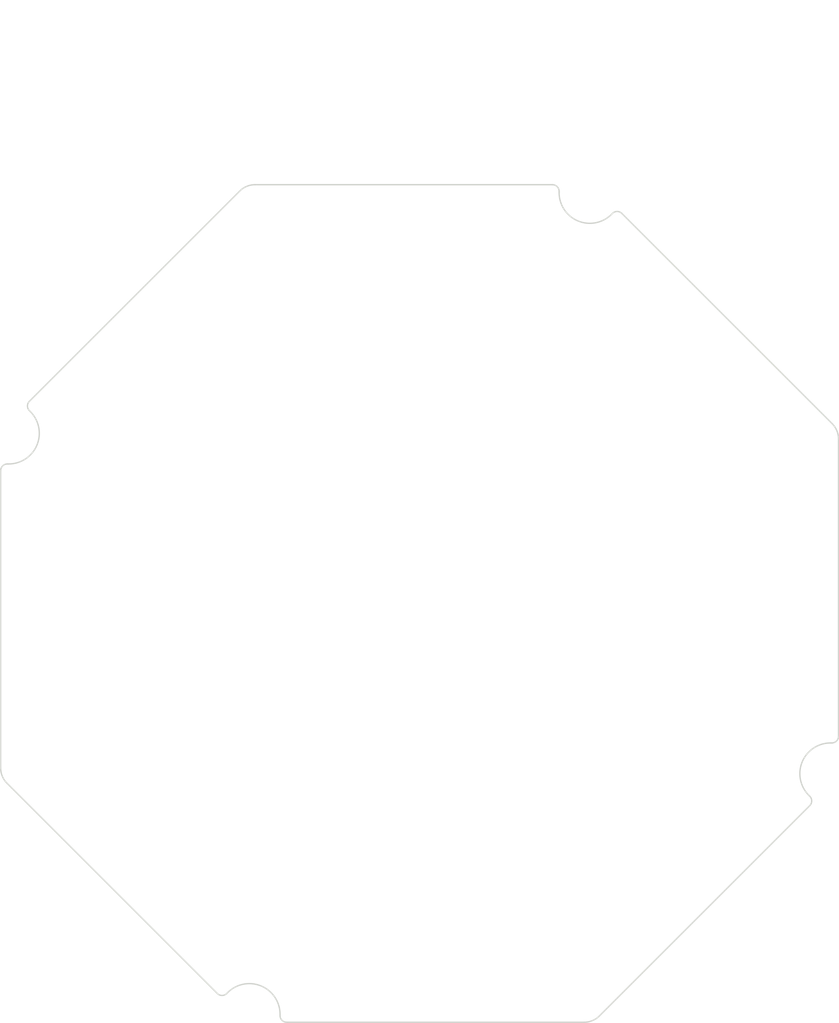
<source format=kicad_pcb>
(kicad_pcb (version 20171130) (host pcbnew "(5.1.0)-1")

  (general
    (thickness 1.6)
    (drawings 64)
    (tracks 0)
    (zones 0)
    (modules 0)
    (nets 1)
  )

  (page A4)
  (layers
    (0 F.Cu signal)
    (31 B.Cu signal)
    (32 B.Adhes user)
    (33 F.Adhes user)
    (34 B.Paste user)
    (35 F.Paste user)
    (36 B.SilkS user)
    (37 F.SilkS user)
    (38 B.Mask user)
    (39 F.Mask user)
    (40 Dwgs.User user)
    (41 Cmts.User user)
    (42 Eco1.User user)
    (43 Eco2.User user)
    (44 Edge.Cuts user)
    (45 Margin user)
    (46 B.CrtYd user)
    (47 F.CrtYd user)
    (48 B.Fab user)
    (49 F.Fab user)
  )

  (setup
    (last_trace_width 0.25)
    (trace_clearance 0.2)
    (zone_clearance 0.508)
    (zone_45_only no)
    (trace_min 0.2)
    (via_size 0.8)
    (via_drill 0.4)
    (via_min_size 0.4)
    (via_min_drill 0.3)
    (uvia_size 0.3)
    (uvia_drill 0.1)
    (uvias_allowed no)
    (uvia_min_size 0.2)
    (uvia_min_drill 0.1)
    (edge_width 0.05)
    (segment_width 0.2)
    (pcb_text_width 0.3)
    (pcb_text_size 1.5 1.5)
    (mod_edge_width 0.12)
    (mod_text_size 1 1)
    (mod_text_width 0.15)
    (pad_size 1.524 1.524)
    (pad_drill 0.762)
    (pad_to_mask_clearance 0.051)
    (solder_mask_min_width 0.25)
    (aux_axis_origin 0 0)
    (visible_elements FFFFFF7F)
    (pcbplotparams
      (layerselection 0x010fc_ffffffff)
      (usegerberextensions false)
      (usegerberattributes false)
      (usegerberadvancedattributes false)
      (creategerberjobfile false)
      (excludeedgelayer true)
      (linewidth 0.152400)
      (plotframeref false)
      (viasonmask false)
      (mode 1)
      (useauxorigin false)
      (hpglpennumber 1)
      (hpglpenspeed 20)
      (hpglpendiameter 15.000000)
      (psnegative false)
      (psa4output false)
      (plotreference true)
      (plotvalue true)
      (plotinvisibletext false)
      (padsonsilk false)
      (subtractmaskfromsilk false)
      (outputformat 1)
      (mirror false)
      (drillshape 1)
      (scaleselection 1)
      (outputdirectory ""))
  )

  (net 0 "")

  (net_class Default "This is the default net class."
    (clearance 0.2)
    (trace_width 0.25)
    (via_dia 0.8)
    (via_drill 0.4)
    (uvia_dia 0.3)
    (uvia_drill 0.1)
  )

  (gr_arc (start 167.230998 88.685592) (end 170.479884 88.685592) (angle -45) (layer Edge.Cuts) (width 0.2) (tstamp 5E3AE023))
  (gr_arc (start 132.352506 172.889722) (end 132.352506 176.138608) (angle -45) (layer Edge.Cuts) (width 0.2) (tstamp 5E3AE021))
  (gr_arc (start 48.148376 138.01123) (end 44.89949 138.01123) (angle -45) (layer Edge.Cuts) (width 0.2) (tstamp 5E3AE01F))
  (gr_line (start 169.528307 86.388283) (end 138.006666 54.866643) (layer Edge.Cuts) (width 0.2))
  (gr_arc (start 133.205104 51.748743) (end 128.6052 51.748743) (angle -135) (layer Edge.Cuts) (width 0.2))
  (gr_line (start 128.6052 51.748743) (end 128.6052 51.558214) (layer Edge.Cuts) (width 0.2))
  (gr_arc (start 83.026868 53.8071) (end 83.026868 50.558214) (angle -45) (layer Edge.Cuts) (width 0.2))
  (gr_line (start 80.729559 51.509791) (end 49.207918 83.031432) (layer Edge.Cuts) (width 0.2))
  (gr_arc (start 46.090019 87.832993) (end 46.090019 92.432898) (angle -135) (layer Edge.Cuts) (width 0.2))
  (gr_line (start 46.090019 92.432898) (end 45.899489 92.432898) (layer Edge.Cuts) (width 0.2))
  (gr_line (start 78.78692 171.83018) (end 78.921645 171.695455) (layer Edge.Cuts) (width 0.2))
  (gr_arc (start 82.174269 174.948079) (end 86.774173 174.948079) (angle -135) (layer Edge.Cuts) (width 0.2))
  (gr_line (start 86.774173 174.948079) (end 86.774173 175.138608) (layer Edge.Cuts) (width 0.2))
  (gr_line (start 134.649815 175.187032) (end 166.171455 143.665391) (layer Edge.Cuts) (width 0.2))
  (gr_arc (start 169.289354 138.863829) (end 169.289354 134.263925) (angle -135) (layer Edge.Cuts) (width 0.2))
  (gr_line (start 169.289354 134.263925) (end 169.479884 134.263925) (layer Edge.Cuts) (width 0.2))
  (gr_line (start 45.851066 140.308539) (end 77.372707 171.83018) (layer Edge.Cuts) (width 0.2))
  (gr_line (start 87.774173 176.138608) (end 132.352505 176.138608) (layer Edge.Cuts) (width 0.2))
  (gr_line (start 166.171455 142.251177) (end 166.036731 142.116453) (layer Edge.Cuts) (width 0.2))
  (gr_line (start 170.479884 133.263925) (end 170.479884 88.685593) (layer Edge.Cuts) (width 0.2))
  (gr_line (start 136.592453 54.866643) (end 136.457728 55.001367) (layer Edge.Cuts) (width 0.2))
  (gr_line (start 127.6052 50.558214) (end 83.026868 50.558214) (layer Edge.Cuts) (width 0.2))
  (gr_line (start 49.207918 84.445645) (end 49.342642 84.58037) (layer Edge.Cuts) (width 0.2))
  (gr_line (start 44.899489 93.432898) (end 44.899489 138.01123) (layer Edge.Cuts) (width 0.2))
  (gr_arc (start 78.079814 171.123073) (end 77.372707 171.83018) (angle -90) (layer Edge.Cuts) (width 0.2))
  (gr_arc (start 87.774173 175.138608) (end 86.774173 175.138608) (angle -90) (layer Edge.Cuts) (width 0.2))
  (gr_arc (start 165.464348 142.958284) (end 166.171455 143.665391) (angle -90) (layer Edge.Cuts) (width 0.2))
  (gr_arc (start 169.479884 133.263925) (end 169.479884 134.263925) (angle -90) (layer Edge.Cuts) (width 0.2))
  (gr_arc (start 137.299559 55.573749) (end 138.006666 54.866643) (angle -90) (layer Edge.Cuts) (width 0.2))
  (gr_arc (start 127.6052 51.558214) (end 128.6052 51.558214) (angle -90) (layer Edge.Cuts) (width 0.2))
  (gr_arc (start 49.915025 83.738538) (end 49.207918 83.031432) (angle -90) (layer Edge.Cuts) (width 0.2))
  (gr_arc (start 45.899489 93.432898) (end 45.899489 92.432898) (angle -90) (layer Edge.Cuts) (width 0.2))
  (gr_line (start 128.6052 51.748743) (end 128.6052 51.558214) (layer Dwgs.User) (width 0.2))
  (gr_line (start 136.592453 54.866643) (end 136.457728 55.001367) (layer Dwgs.User) (width 0.2))
  (gr_text [R0.04] (at 138.099451 47.315862) (layer Dwgs.User)
    (effects (font (size 1.7 1.53) (thickness 0.2125)))
  )
  (gr_text " R1.00" (at 138.099451 43.758427) (layer Dwgs.User)
    (effects (font (size 1.7 1.53) (thickness 0.2125)))
  )
  (gr_line (start 131.62868 45.426401) (end 129.25102 49.049972) (layer Dwgs.User) (width 0.2))
  (gr_line (start 133.62868 45.426401) (end 131.62868 45.426401) (layer Dwgs.User) (width 0.2))
  (gr_text [.05] (at 149.726248 57.429984) (layer Dwgs.User)
    (effects (font (size 1.7 1.53) (thickness 0.2125)))
  )
  (gr_text " 1.19" (at 149.726248 53.872549) (layer Dwgs.User)
    (effects (font (size 1.7 1.53) (thickness 0.2125)))
  )
  (gr_line (start 144.337401 55.540523) (end 146.337401 55.540523) (layer Dwgs.User) (width 0.2))
  (gr_line (start 142.923187 56.954736) (end 144.337401 55.540523) (layer Dwgs.User) (width 0.2))
  (gr_line (start 139.252929 60.624995) (end 137.838715 62.039208) (layer Dwgs.User) (width 0.2))
  (gr_line (start 133.912211 52.45585) (end 142.912206 61.455845) (layer Dwgs.User) (width 0.2))
  (gr_text [.05] (at 122.268649 45.970474) (layer Dwgs.User)
    (effects (font (size 1.7 1.53) (thickness 0.2125)))
  )
  (gr_text " 1.19" (at 122.268649 42.413038) (layer Dwgs.User)
    (effects (font (size 1.7 1.53) (thickness 0.2125)))
  )
  (gr_line (start 116.879802 44.081012) (end 118.879802 44.081012) (layer Dwgs.User) (width 0.2))
  (gr_line (start 116.879802 48.558214) (end 116.879802 44.081012) (layer Dwgs.User) (width 0.2))
  (gr_line (start 116.879802 53.748743) (end 116.879802 55.748743) (layer Dwgs.User) (width 0.2))
  (gr_line (start 132.205104 51.748743) (end 113.704802 51.748743) (layer Dwgs.User) (width 0.2))
  (gr_text [R0.18] (at 117.999334 63.903879) (layer Dwgs.User)
    (effects (font (size 1.7 1.53) (thickness 0.2125)))
  )
  (gr_text " R4.60" (at 117.999334 60.346444) (layer Dwgs.User)
    (effects (font (size 1.7 1.53) (thickness 0.2125)))
  )
  (gr_line (start 124.470105 62.014418) (end 128.928079 56.775252) (layer Dwgs.User) (width 0.2))
  (gr_line (start 122.470105 62.014418) (end 124.470105 62.014418) (layer Dwgs.User) (width 0.2))
  (gr_text [R0.13] (at 73.073893 47.372736) (layer Dwgs.User)
    (effects (font (size 1.7 1.53) (thickness 0.2125)))
  )
  (gr_text " R3.25" (at 73.073893 43.814721) (layer Dwgs.User)
    (effects (font (size 1.7 1.53) (thickness 0.2125)))
  )
  (gr_line (start 79.544664 45.483275) (end 81.001156 48.964859) (layer Dwgs.User) (width 0.2))
  (gr_line (start 77.544664 45.483275) (end 79.544664 45.483275) (layer Dwgs.User) (width 0.2))
  (gr_text [4.94] (at 107.622504 28.030156) (layer Dwgs.User)
    (effects (font (size 1.7 1.53) (thickness 0.2125)))
  )
  (gr_text " 125.58" (at 107.622504 24.472721) (layer Dwgs.User)
    (effects (font (size 1.7 1.53) (thickness 0.2125)))
  )
  (gr_line (start 168.479884 26.140695) (end 112.332156 26.140695) (layer Dwgs.User) (width 0.2))
  (gr_line (start 46.899489 26.140695) (end 102.912852 26.140695) (layer Dwgs.User) (width 0.2))
  (gr_line (start 170.479884 87.685593) (end 170.479884 22.965695) (layer Dwgs.User) (width 0.2))
  (gr_line (start 44.899489 91.432898) (end 44.899489 22.965695) (layer Dwgs.User) (width 0.2))

)

</source>
